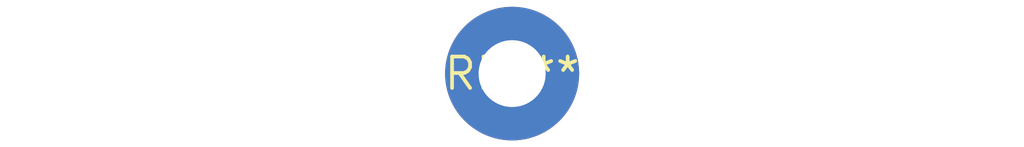
<source format=kicad_pcb>
(kicad_pcb (version 20240108) (generator pcbnew)
  (layers (0 "F.Cu" signal) (31 "B.Cu" signal) (34 "B.Paste" user) (35 "F.Paste" user) (36 "B.SilkS" user "B.Silkscreen") (37 "F.SilkS" user "F.Silkscreen") (38 "B.Mask" user) (39 "F.Mask" user) (44 "Edge.Cuts" user))
  (net 0 "")
  (footprint "MountingHole_2.7mm_M2.5_Pad_TopBottom" (layer "F.Cu") (at 0 0)
    (property "Reference" "REF**")
    (property "Value" "MountingHole_2.7mm_M2.5_Pad_TopBottom")
    (pad "1" thru_hole circle (at 0 0) (size 3.1 3.1) (drill 2.7) (layers *.Cu *.Mask) (remove_unused_layers))
    (pad "1" connect circle (at 0 0) (size 5.4 5.4) (layers "F.Cu" "F.Mask"))
    (pad "1" connect circle (at 0 0) (size 5.4 5.4) (layers "B.Cu" "B.Mask"))
  )
)
</source>
